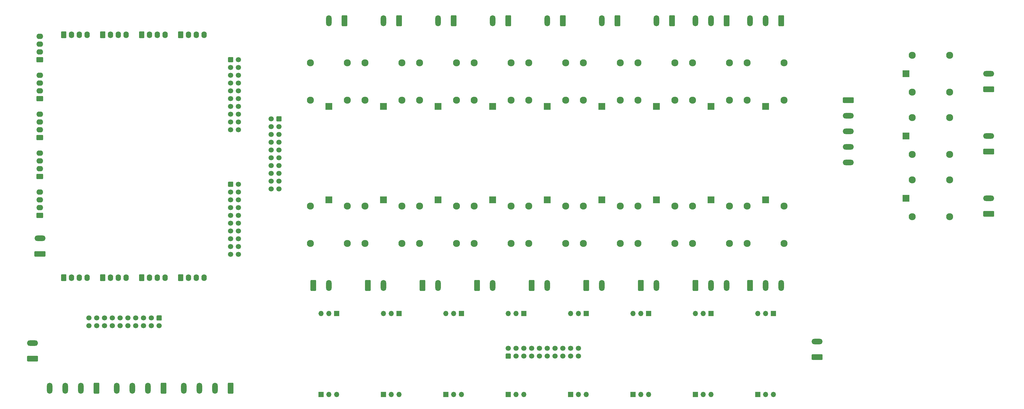
<source format=gbr>
%TF.GenerationSoftware,KiCad,Pcbnew,(5.1.12)-1*%
%TF.CreationDate,2022-04-06T16:59:54+05:30*%
%TF.ProjectId,Diet,44696574-2e6b-4696-9361-645f70636258,rev?*%
%TF.SameCoordinates,Original*%
%TF.FileFunction,Soldermask,Bot*%
%TF.FilePolarity,Negative*%
%FSLAX46Y46*%
G04 Gerber Fmt 4.6, Leading zero omitted, Abs format (unit mm)*
G04 Created by KiCad (PCBNEW (5.1.12)-1) date 2022-04-06 16:59:54*
%MOMM*%
%LPD*%
G01*
G04 APERTURE LIST*
%ADD10C,2.300000*%
%ADD11R,2.300000X2.300000*%
%ADD12O,1.800000X3.600000*%
%ADD13O,3.600000X1.800000*%
%ADD14O,1.700000X1.700000*%
%ADD15R,1.700000X1.700000*%
%ADD16C,1.700000*%
%ADD17O,2.190000X1.740000*%
%ADD18O,1.740000X2.190000*%
G04 APERTURE END LIST*
D10*
%TO.C,RLY9*%
X133700000Y-56920000D03*
X145700000Y-56920000D03*
X133700000Y-69120000D03*
X145700000Y-69120000D03*
D11*
X139700000Y-71120000D03*
%TD*%
%TO.C,J4*%
G36*
G01*
X56780000Y-41630000D02*
X56780000Y-44730000D01*
G75*
G02*
X56530000Y-44980000I-250000J0D01*
G01*
X55230000Y-44980000D01*
G75*
G02*
X54980000Y-44730000I0J250000D01*
G01*
X54980000Y-41630000D01*
G75*
G02*
X55230000Y-41380000I250000J0D01*
G01*
X56530000Y-41380000D01*
G75*
G02*
X56780000Y-41630000I0J-250000D01*
G01*
G37*
D12*
X50800000Y-43180000D03*
%TD*%
%TO.C,J6*%
G36*
G01*
X127900000Y-41630000D02*
X127900000Y-44730000D01*
G75*
G02*
X127650000Y-44980000I-250000J0D01*
G01*
X126350000Y-44980000D01*
G75*
G02*
X126100000Y-44730000I0J250000D01*
G01*
X126100000Y-41630000D01*
G75*
G02*
X126350000Y-41380000I250000J0D01*
G01*
X127650000Y-41380000D01*
G75*
G02*
X127900000Y-41630000I0J-250000D01*
G01*
G37*
X121920000Y-43180000D03*
%TD*%
%TO.C,J7*%
G36*
G01*
X98160000Y-131090000D02*
X98160000Y-127990000D01*
G75*
G02*
X98410000Y-127740000I250000J0D01*
G01*
X99710000Y-127740000D01*
G75*
G02*
X99960000Y-127990000I0J-250000D01*
G01*
X99960000Y-131090000D01*
G75*
G02*
X99710000Y-131340000I-250000J0D01*
G01*
X98410000Y-131340000D01*
G75*
G02*
X98160000Y-131090000I0J250000D01*
G01*
G37*
X104140000Y-129540000D03*
%TD*%
%TO.C,J9*%
G36*
G01*
X74560000Y-41630000D02*
X74560000Y-44730000D01*
G75*
G02*
X74310000Y-44980000I-250000J0D01*
G01*
X73010000Y-44980000D01*
G75*
G02*
X72760000Y-44730000I0J250000D01*
G01*
X72760000Y-41630000D01*
G75*
G02*
X73010000Y-41380000I250000J0D01*
G01*
X74310000Y-41380000D01*
G75*
G02*
X74560000Y-41630000I0J-250000D01*
G01*
G37*
X68580000Y-43180000D03*
%TD*%
%TO.C,J10*%
G36*
G01*
X44820000Y-131090000D02*
X44820000Y-127990000D01*
G75*
G02*
X45070000Y-127740000I250000J0D01*
G01*
X46370000Y-127740000D01*
G75*
G02*
X46620000Y-127990000I0J-250000D01*
G01*
X46620000Y-131090000D01*
G75*
G02*
X46370000Y-131340000I-250000J0D01*
G01*
X45070000Y-131340000D01*
G75*
G02*
X44820000Y-131090000I0J250000D01*
G01*
G37*
X50800000Y-129540000D03*
%TD*%
%TO.C,J11*%
X139700000Y-43180000D03*
G36*
G01*
X145680000Y-41630000D02*
X145680000Y-44730000D01*
G75*
G02*
X145430000Y-44980000I-250000J0D01*
G01*
X144130000Y-44980000D01*
G75*
G02*
X143880000Y-44730000I0J250000D01*
G01*
X143880000Y-41630000D01*
G75*
G02*
X144130000Y-41380000I250000J0D01*
G01*
X145430000Y-41380000D01*
G75*
G02*
X145680000Y-41630000I0J-250000D01*
G01*
G37*
%TD*%
%TO.C,J12*%
X121920000Y-129540000D03*
G36*
G01*
X115940000Y-131090000D02*
X115940000Y-127990000D01*
G75*
G02*
X116190000Y-127740000I250000J0D01*
G01*
X117490000Y-127740000D01*
G75*
G02*
X117740000Y-127990000I0J-250000D01*
G01*
X117740000Y-131090000D01*
G75*
G02*
X117490000Y-131340000I-250000J0D01*
G01*
X116190000Y-131340000D01*
G75*
G02*
X115940000Y-131090000I0J250000D01*
G01*
G37*
%TD*%
%TO.C,J13*%
X86360000Y-43180000D03*
G36*
G01*
X92340000Y-41630000D02*
X92340000Y-44730000D01*
G75*
G02*
X92090000Y-44980000I-250000J0D01*
G01*
X90790000Y-44980000D01*
G75*
G02*
X90540000Y-44730000I0J250000D01*
G01*
X90540000Y-41630000D01*
G75*
G02*
X90790000Y-41380000I250000J0D01*
G01*
X92090000Y-41380000D01*
G75*
G02*
X92340000Y-41630000I0J-250000D01*
G01*
G37*
%TD*%
%TO.C,J14*%
G36*
G01*
X62600000Y-131090000D02*
X62600000Y-127990000D01*
G75*
G02*
X62850000Y-127740000I250000J0D01*
G01*
X64150000Y-127740000D01*
G75*
G02*
X64400000Y-127990000I0J-250000D01*
G01*
X64400000Y-131090000D01*
G75*
G02*
X64150000Y-131340000I-250000J0D01*
G01*
X62850000Y-131340000D01*
G75*
G02*
X62600000Y-131090000I0J250000D01*
G01*
G37*
X68580000Y-129540000D03*
%TD*%
%TO.C,J15*%
G36*
G01*
X163460000Y-41630000D02*
X163460000Y-44730000D01*
G75*
G02*
X163210000Y-44980000I-250000J0D01*
G01*
X161910000Y-44980000D01*
G75*
G02*
X161660000Y-44730000I0J250000D01*
G01*
X161660000Y-41630000D01*
G75*
G02*
X161910000Y-41380000I250000J0D01*
G01*
X163210000Y-41380000D01*
G75*
G02*
X163460000Y-41630000I0J-250000D01*
G01*
G37*
X157480000Y-43180000D03*
%TD*%
%TO.C,J16*%
X139700000Y-129540000D03*
G36*
G01*
X133720000Y-131090000D02*
X133720000Y-127990000D01*
G75*
G02*
X133970000Y-127740000I250000J0D01*
G01*
X135270000Y-127740000D01*
G75*
G02*
X135520000Y-127990000I0J-250000D01*
G01*
X135520000Y-131090000D01*
G75*
G02*
X135270000Y-131340000I-250000J0D01*
G01*
X133970000Y-131340000D01*
G75*
G02*
X133720000Y-131090000I0J250000D01*
G01*
G37*
%TD*%
%TO.C,J17*%
X104140000Y-43180000D03*
G36*
G01*
X110120000Y-41630000D02*
X110120000Y-44730000D01*
G75*
G02*
X109870000Y-44980000I-250000J0D01*
G01*
X108570000Y-44980000D01*
G75*
G02*
X108320000Y-44730000I0J250000D01*
G01*
X108320000Y-41630000D01*
G75*
G02*
X108570000Y-41380000I250000J0D01*
G01*
X109870000Y-41380000D01*
G75*
G02*
X110120000Y-41630000I0J-250000D01*
G01*
G37*
%TD*%
%TO.C,J18*%
X86360000Y-129540000D03*
G36*
G01*
X80380000Y-131090000D02*
X80380000Y-127990000D01*
G75*
G02*
X80630000Y-127740000I250000J0D01*
G01*
X81930000Y-127740000D01*
G75*
G02*
X82180000Y-127990000I0J-250000D01*
G01*
X82180000Y-131090000D01*
G75*
G02*
X81930000Y-131340000I-250000J0D01*
G01*
X80630000Y-131340000D01*
G75*
G02*
X80380000Y-131090000I0J250000D01*
G01*
G37*
%TD*%
%TO.C,J20*%
G36*
G01*
X151500000Y-131090000D02*
X151500000Y-127990000D01*
G75*
G02*
X151750000Y-127740000I250000J0D01*
G01*
X153050000Y-127740000D01*
G75*
G02*
X153300000Y-127990000I0J-250000D01*
G01*
X153300000Y-131090000D01*
G75*
G02*
X153050000Y-131340000I-250000J0D01*
G01*
X151750000Y-131340000D01*
G75*
G02*
X151500000Y-131090000I0J250000D01*
G01*
G37*
X157480000Y-129540000D03*
%TD*%
D11*
%TO.C,RLY1*%
X175260000Y-101600000D03*
D10*
X169260000Y-103600000D03*
X181260000Y-103600000D03*
X169260000Y-115800000D03*
X181260000Y-115800000D03*
%TD*%
%TO.C,RLY2*%
X44800000Y-56920000D03*
X56800000Y-56920000D03*
X44800000Y-69120000D03*
X56800000Y-69120000D03*
D11*
X50800000Y-71120000D03*
%TD*%
%TO.C,RLY3*%
X193040000Y-71120000D03*
D10*
X199040000Y-69120000D03*
X187040000Y-69120000D03*
X199040000Y-56920000D03*
X187040000Y-56920000D03*
%TD*%
%TO.C,RLY4*%
X115920000Y-56920000D03*
X127920000Y-56920000D03*
X115920000Y-69120000D03*
X127920000Y-69120000D03*
D11*
X121920000Y-71120000D03*
%TD*%
D10*
%TO.C,RLY5*%
X110140000Y-115800000D03*
X98140000Y-115800000D03*
X110140000Y-103600000D03*
X98140000Y-103600000D03*
D11*
X104140000Y-101600000D03*
%TD*%
%TO.C,RLY6*%
X193040000Y-101600000D03*
D10*
X187040000Y-103600000D03*
X199040000Y-103600000D03*
X187040000Y-115800000D03*
X199040000Y-115800000D03*
%TD*%
%TO.C,RLY7*%
X62580000Y-56920000D03*
X74580000Y-56920000D03*
X62580000Y-69120000D03*
X74580000Y-69120000D03*
D11*
X68580000Y-71120000D03*
%TD*%
%TO.C,RLY8*%
X50800000Y-101600000D03*
D10*
X44800000Y-103600000D03*
X56800000Y-103600000D03*
X44800000Y-115800000D03*
X56800000Y-115800000D03*
%TD*%
%TO.C,RLY10*%
X127920000Y-115800000D03*
X115920000Y-115800000D03*
X127920000Y-103600000D03*
X115920000Y-103600000D03*
D11*
X121920000Y-101600000D03*
%TD*%
D10*
%TO.C,RLY11*%
X80360000Y-56920000D03*
X92360000Y-56920000D03*
X80360000Y-69120000D03*
X92360000Y-69120000D03*
D11*
X86360000Y-71120000D03*
%TD*%
%TO.C,RLY12*%
X68580000Y-101600000D03*
D10*
X62580000Y-103600000D03*
X74580000Y-103600000D03*
X62580000Y-115800000D03*
X74580000Y-115800000D03*
%TD*%
D11*
%TO.C,RLY13*%
X157480000Y-71120000D03*
D10*
X163480000Y-69120000D03*
X151480000Y-69120000D03*
X163480000Y-56920000D03*
X151480000Y-56920000D03*
%TD*%
%TO.C,RLY14*%
X145700000Y-115800000D03*
X133700000Y-115800000D03*
X145700000Y-103600000D03*
X133700000Y-103600000D03*
D11*
X139700000Y-101600000D03*
%TD*%
%TO.C,RLY15*%
X104140000Y-71120000D03*
D10*
X110140000Y-69120000D03*
X98140000Y-69120000D03*
X110140000Y-56920000D03*
X98140000Y-56920000D03*
%TD*%
D11*
%TO.C,RLY16*%
X86360000Y-101600000D03*
D10*
X80360000Y-103600000D03*
X92360000Y-103600000D03*
X80360000Y-115800000D03*
X92360000Y-115800000D03*
%TD*%
%TO.C,RLY17*%
X169260000Y-56920000D03*
X181260000Y-56920000D03*
X169260000Y-69120000D03*
X181260000Y-69120000D03*
D11*
X175260000Y-71120000D03*
%TD*%
%TO.C,RLY18*%
X157480000Y-101600000D03*
D10*
X151480000Y-103600000D03*
X163480000Y-103600000D03*
X151480000Y-115800000D03*
X163480000Y-115800000D03*
%TD*%
D13*
%TO.C,J2*%
X265684000Y-80772000D03*
G36*
G01*
X267234000Y-86752000D02*
X264134000Y-86752000D01*
G75*
G02*
X263884000Y-86502000I0J250000D01*
G01*
X263884000Y-85202000D01*
G75*
G02*
X264134000Y-84952000I250000J0D01*
G01*
X267234000Y-84952000D01*
G75*
G02*
X267484000Y-85202000I0J-250000D01*
G01*
X267484000Y-86502000D01*
G75*
G02*
X267234000Y-86752000I-250000J0D01*
G01*
G37*
%TD*%
%TO.C,J21*%
G36*
G01*
X267234000Y-107072000D02*
X264134000Y-107072000D01*
G75*
G02*
X263884000Y-106822000I0J250000D01*
G01*
X263884000Y-105522000D01*
G75*
G02*
X264134000Y-105272000I250000J0D01*
G01*
X267234000Y-105272000D01*
G75*
G02*
X267484000Y-105522000I0J-250000D01*
G01*
X267484000Y-106822000D01*
G75*
G02*
X267234000Y-107072000I-250000J0D01*
G01*
G37*
X265684000Y-101092000D03*
%TD*%
%TO.C,J22*%
G36*
G01*
X267234000Y-66432000D02*
X264134000Y-66432000D01*
G75*
G02*
X263884000Y-66182000I0J250000D01*
G01*
X263884000Y-64882000D01*
G75*
G02*
X264134000Y-64632000I250000J0D01*
G01*
X267234000Y-64632000D01*
G75*
G02*
X267484000Y-64882000I0J-250000D01*
G01*
X267484000Y-66182000D01*
G75*
G02*
X267234000Y-66432000I-250000J0D01*
G01*
G37*
X265684000Y-60452000D03*
%TD*%
D10*
%TO.C,RLY19*%
X252960000Y-74772000D03*
X252960000Y-86772000D03*
X240760000Y-74772000D03*
X240760000Y-86772000D03*
D11*
X238760000Y-80772000D03*
%TD*%
%TO.C,RLY20*%
X238760000Y-101092000D03*
D10*
X240760000Y-107092000D03*
X240760000Y-95092000D03*
X252960000Y-107092000D03*
X252960000Y-95092000D03*
%TD*%
D11*
%TO.C,RLY21*%
X238760000Y-60452000D03*
D10*
X240760000Y-66452000D03*
X240760000Y-54452000D03*
X252960000Y-66452000D03*
X252960000Y-54452000D03*
%TD*%
%TO.C,J23*%
G36*
G01*
X218414000Y-68188000D02*
X221514000Y-68188000D01*
G75*
G02*
X221764000Y-68438000I0J-250000D01*
G01*
X221764000Y-69738000D01*
G75*
G02*
X221514000Y-69988000I-250000J0D01*
G01*
X218414000Y-69988000D01*
G75*
G02*
X218164000Y-69738000I0J250000D01*
G01*
X218164000Y-68438000D01*
G75*
G02*
X218414000Y-68188000I250000J0D01*
G01*
G37*
D13*
X219964000Y-74168000D03*
X219964000Y-79248000D03*
X219964000Y-84328000D03*
X219964000Y-89408000D03*
%TD*%
D14*
%TO.C,J24*%
X73660000Y-165100000D03*
X71120000Y-165100000D03*
D15*
X68580000Y-165100000D03*
%TD*%
%TO.C,J25*%
G36*
G01*
X211354000Y-153808000D02*
X208254000Y-153808000D01*
G75*
G02*
X208004000Y-153558000I0J250000D01*
G01*
X208004000Y-152258000D01*
G75*
G02*
X208254000Y-152008000I250000J0D01*
G01*
X211354000Y-152008000D01*
G75*
G02*
X211604000Y-152258000I0J-250000D01*
G01*
X211604000Y-153558000D01*
G75*
G02*
X211354000Y-153808000I-250000J0D01*
G01*
G37*
D13*
X209804000Y-147828000D03*
%TD*%
D14*
%TO.C,J26*%
X109220000Y-138684000D03*
X111760000Y-138684000D03*
D15*
X114300000Y-138684000D03*
%TD*%
%TO.C,J27*%
X129540000Y-165100000D03*
D14*
X132080000Y-165100000D03*
X134620000Y-165100000D03*
%TD*%
%TO.C,J28*%
X190500000Y-138684000D03*
X193040000Y-138684000D03*
D15*
X195580000Y-138684000D03*
%TD*%
%TO.C,J29*%
X48260000Y-165100000D03*
D14*
X50800000Y-165100000D03*
X53340000Y-165100000D03*
%TD*%
D15*
%TO.C,J30*%
X93980000Y-138684000D03*
D14*
X91440000Y-138684000D03*
X88900000Y-138684000D03*
%TD*%
%TO.C,J31*%
X154940000Y-165100000D03*
X152400000Y-165100000D03*
D15*
X149860000Y-165100000D03*
%TD*%
%TO.C,J32*%
X175260000Y-138684000D03*
D14*
X172720000Y-138684000D03*
X170180000Y-138684000D03*
%TD*%
%TO.C,J33*%
X68580000Y-138684000D03*
X71120000Y-138684000D03*
D15*
X73660000Y-138684000D03*
%TD*%
%TO.C,J34*%
X170180000Y-165100000D03*
D14*
X172720000Y-165100000D03*
X175260000Y-165100000D03*
%TD*%
%TO.C,J35*%
X149860000Y-138684000D03*
X152400000Y-138684000D03*
D15*
X154940000Y-138684000D03*
%TD*%
%TO.C,J36*%
X88900000Y-165100000D03*
D14*
X91440000Y-165100000D03*
X93980000Y-165100000D03*
%TD*%
D15*
%TO.C,J37*%
X53340000Y-138684000D03*
D14*
X50800000Y-138684000D03*
X48260000Y-138684000D03*
%TD*%
%TO.C,J38*%
X195580000Y-165100000D03*
X193040000Y-165100000D03*
D15*
X190500000Y-165100000D03*
%TD*%
%TO.C,J39*%
X134620000Y-138684000D03*
D14*
X132080000Y-138684000D03*
X129540000Y-138684000D03*
%TD*%
%TO.C,J40*%
X114300000Y-165100000D03*
X111760000Y-165100000D03*
D15*
X109220000Y-165100000D03*
%TD*%
D12*
%TO.C,J5*%
X187960000Y-43180000D03*
X193040000Y-43180000D03*
G36*
G01*
X199020000Y-41630000D02*
X199020000Y-44730000D01*
G75*
G02*
X198770000Y-44980000I-250000J0D01*
G01*
X197470000Y-44980000D01*
G75*
G02*
X197220000Y-44730000I0J250000D01*
G01*
X197220000Y-41630000D01*
G75*
G02*
X197470000Y-41380000I250000J0D01*
G01*
X198770000Y-41380000D01*
G75*
G02*
X199020000Y-41630000I0J-250000D01*
G01*
G37*
%TD*%
%TO.C,J19*%
G36*
G01*
X181240000Y-41630000D02*
X181240000Y-44730000D01*
G75*
G02*
X180990000Y-44980000I-250000J0D01*
G01*
X179690000Y-44980000D01*
G75*
G02*
X179440000Y-44730000I0J250000D01*
G01*
X179440000Y-41630000D01*
G75*
G02*
X179690000Y-41380000I250000J0D01*
G01*
X180990000Y-41380000D01*
G75*
G02*
X181240000Y-41630000I0J-250000D01*
G01*
G37*
X175260000Y-43180000D03*
X170180000Y-43180000D03*
%TD*%
%TO.C,J3*%
X180340000Y-129540000D03*
X175260000Y-129540000D03*
G36*
G01*
X169280000Y-131090000D02*
X169280000Y-127990000D01*
G75*
G02*
X169530000Y-127740000I250000J0D01*
G01*
X170830000Y-127740000D01*
G75*
G02*
X171080000Y-127990000I0J-250000D01*
G01*
X171080000Y-131090000D01*
G75*
G02*
X170830000Y-131340000I-250000J0D01*
G01*
X169530000Y-131340000D01*
G75*
G02*
X169280000Y-131090000I0J250000D01*
G01*
G37*
%TD*%
%TO.C,J8*%
G36*
G01*
X187060000Y-131090000D02*
X187060000Y-127990000D01*
G75*
G02*
X187310000Y-127740000I250000J0D01*
G01*
X188610000Y-127740000D01*
G75*
G02*
X188860000Y-127990000I0J-250000D01*
G01*
X188860000Y-131090000D01*
G75*
G02*
X188610000Y-131340000I-250000J0D01*
G01*
X187310000Y-131340000D01*
G75*
G02*
X187060000Y-131090000I0J250000D01*
G01*
G37*
X193040000Y-129540000D03*
X198120000Y-129540000D03*
%TD*%
%TO.C,J1*%
G36*
G01*
X35394000Y-74584000D02*
X35394000Y-75784000D01*
G75*
G02*
X35144000Y-76034000I-250000J0D01*
G01*
X33944000Y-76034000D01*
G75*
G02*
X33694000Y-75784000I0J250000D01*
G01*
X33694000Y-74584000D01*
G75*
G02*
X33944000Y-74334000I250000J0D01*
G01*
X35144000Y-74334000D01*
G75*
G02*
X35394000Y-74584000I0J-250000D01*
G01*
G37*
D16*
X34544000Y-77724000D03*
X34544000Y-80264000D03*
X34544000Y-82804000D03*
X34544000Y-85344000D03*
X34544000Y-87884000D03*
X34544000Y-90424000D03*
X34544000Y-92964000D03*
X34544000Y-95504000D03*
X34544000Y-98044000D03*
X32004000Y-75184000D03*
X32004000Y-77724000D03*
X32004000Y-80264000D03*
X32004000Y-82804000D03*
X32004000Y-85344000D03*
X32004000Y-87884000D03*
X32004000Y-90424000D03*
X32004000Y-92964000D03*
X32004000Y-95504000D03*
X32004000Y-98044000D03*
%TD*%
%TO.C,J41*%
X132060000Y-150060000D03*
X129520000Y-150060000D03*
X126980000Y-150060000D03*
X124440000Y-150060000D03*
X121900000Y-150060000D03*
X119360000Y-150060000D03*
X116820000Y-150060000D03*
X114280000Y-150060000D03*
X111740000Y-150060000D03*
X109200000Y-150060000D03*
X132060000Y-152600000D03*
X129520000Y-152600000D03*
X126980000Y-152600000D03*
X124440000Y-152600000D03*
X121900000Y-152600000D03*
X119360000Y-152600000D03*
X116820000Y-152600000D03*
X114280000Y-152600000D03*
X111740000Y-152600000D03*
G36*
G01*
X109800000Y-153450000D02*
X108600000Y-153450000D01*
G75*
G02*
X108350000Y-153200000I0J250000D01*
G01*
X108350000Y-152000000D01*
G75*
G02*
X108600000Y-151750000I250000J0D01*
G01*
X109800000Y-151750000D01*
G75*
G02*
X110050000Y-152000000I0J-250000D01*
G01*
X110050000Y-153200000D01*
G75*
G02*
X109800000Y-153450000I-250000J0D01*
G01*
G37*
%TD*%
%TO.C,J42*%
X21336000Y-78740000D03*
X21336000Y-76200000D03*
X21336000Y-73660000D03*
X21336000Y-71120000D03*
X21336000Y-68580000D03*
X21336000Y-66040000D03*
X21336000Y-63500000D03*
X21336000Y-60960000D03*
X21336000Y-58420000D03*
X21336000Y-55880000D03*
X18796000Y-78740000D03*
X18796000Y-76200000D03*
X18796000Y-73660000D03*
X18796000Y-71120000D03*
X18796000Y-68580000D03*
X18796000Y-66040000D03*
X18796000Y-63500000D03*
X18796000Y-60960000D03*
X18796000Y-58420000D03*
G36*
G01*
X17946000Y-56480000D02*
X17946000Y-55280000D01*
G75*
G02*
X18196000Y-55030000I250000J0D01*
G01*
X19396000Y-55030000D01*
G75*
G02*
X19646000Y-55280000I0J-250000D01*
G01*
X19646000Y-56480000D01*
G75*
G02*
X19396000Y-56730000I-250000J0D01*
G01*
X18196000Y-56730000D01*
G75*
G02*
X17946000Y-56480000I0J250000D01*
G01*
G37*
%TD*%
%TO.C,J43*%
G36*
G01*
X17946000Y-97120000D02*
X17946000Y-95920000D01*
G75*
G02*
X18196000Y-95670000I250000J0D01*
G01*
X19396000Y-95670000D01*
G75*
G02*
X19646000Y-95920000I0J-250000D01*
G01*
X19646000Y-97120000D01*
G75*
G02*
X19396000Y-97370000I-250000J0D01*
G01*
X18196000Y-97370000D01*
G75*
G02*
X17946000Y-97120000I0J250000D01*
G01*
G37*
X18796000Y-99060000D03*
X18796000Y-101600000D03*
X18796000Y-104140000D03*
X18796000Y-106680000D03*
X18796000Y-109220000D03*
X18796000Y-111760000D03*
X18796000Y-114300000D03*
X18796000Y-116840000D03*
X18796000Y-119380000D03*
X21336000Y-96520000D03*
X21336000Y-99060000D03*
X21336000Y-101600000D03*
X21336000Y-104140000D03*
X21336000Y-106680000D03*
X21336000Y-109220000D03*
X21336000Y-111760000D03*
X21336000Y-114300000D03*
X21336000Y-116840000D03*
X21336000Y-119380000D03*
%TD*%
D17*
%TO.C,J44*%
X-43357800Y-86360000D03*
X-43357800Y-88900000D03*
X-43357800Y-91440000D03*
G36*
G01*
X-42512799Y-94850000D02*
X-44202801Y-94850000D01*
G75*
G02*
X-44452800Y-94600001I0J249999D01*
G01*
X-44452800Y-93359999D01*
G75*
G02*
X-44202801Y-93110000I249999J0D01*
G01*
X-42512799Y-93110000D01*
G75*
G02*
X-42262800Y-93359999I0J-249999D01*
G01*
X-42262800Y-94600001D01*
G75*
G02*
X-42512799Y-94850000I-249999J0D01*
G01*
G37*
%TD*%
%TO.C,J45*%
G36*
G01*
X1670000Y-48597001D02*
X1670000Y-46906999D01*
G75*
G02*
X1919999Y-46657000I249999J0D01*
G01*
X3160001Y-46657000D01*
G75*
G02*
X3410000Y-46906999I0J-249999D01*
G01*
X3410000Y-48597001D01*
G75*
G02*
X3160001Y-48847000I-249999J0D01*
G01*
X1919999Y-48847000D01*
G75*
G02*
X1670000Y-48597001I0J249999D01*
G01*
G37*
D18*
X5080000Y-47752000D03*
X7620000Y-47752000D03*
X10160000Y-47752000D03*
%TD*%
%TO.C,J46*%
G36*
G01*
X-42512799Y-107550000D02*
X-44202801Y-107550000D01*
G75*
G02*
X-44452800Y-107300001I0J249999D01*
G01*
X-44452800Y-106059999D01*
G75*
G02*
X-44202801Y-105810000I249999J0D01*
G01*
X-42512799Y-105810000D01*
G75*
G02*
X-42262800Y-106059999I0J-249999D01*
G01*
X-42262800Y-107300001D01*
G75*
G02*
X-42512799Y-107550000I-249999J0D01*
G01*
G37*
D17*
X-43357800Y-104140000D03*
X-43357800Y-101600000D03*
X-43357800Y-99060000D03*
%TD*%
D18*
%TO.C,J47*%
X-2540000Y-47752000D03*
X-5080000Y-47752000D03*
X-7620000Y-47752000D03*
G36*
G01*
X-11030000Y-48597001D02*
X-11030000Y-46906999D01*
G75*
G02*
X-10780001Y-46657000I249999J0D01*
G01*
X-9539999Y-46657000D01*
G75*
G02*
X-9290000Y-46906999I0J-249999D01*
G01*
X-9290000Y-48597001D01*
G75*
G02*
X-9539999Y-48847000I-249999J0D01*
G01*
X-10780001Y-48847000D01*
G75*
G02*
X-11030000Y-48597001I0J249999D01*
G01*
G37*
%TD*%
%TO.C,J48*%
G36*
G01*
X-36430000Y-127845001D02*
X-36430000Y-126154999D01*
G75*
G02*
X-36180001Y-125905000I249999J0D01*
G01*
X-34939999Y-125905000D01*
G75*
G02*
X-34690000Y-126154999I0J-249999D01*
G01*
X-34690000Y-127845001D01*
G75*
G02*
X-34939999Y-128095000I-249999J0D01*
G01*
X-36180001Y-128095000D01*
G75*
G02*
X-36430000Y-127845001I0J249999D01*
G01*
G37*
X-33020000Y-127000000D03*
X-30480000Y-127000000D03*
X-27940000Y-127000000D03*
%TD*%
%TO.C,J49*%
G36*
G01*
X-23730000Y-48597001D02*
X-23730000Y-46906999D01*
G75*
G02*
X-23480001Y-46657000I249999J0D01*
G01*
X-22239999Y-46657000D01*
G75*
G02*
X-21990000Y-46906999I0J-249999D01*
G01*
X-21990000Y-48597001D01*
G75*
G02*
X-22239999Y-48847000I-249999J0D01*
G01*
X-23480001Y-48847000D01*
G75*
G02*
X-23730000Y-48597001I0J249999D01*
G01*
G37*
X-20320000Y-47752000D03*
X-17780000Y-47752000D03*
X-15240000Y-47752000D03*
%TD*%
%TO.C,J50*%
X-15240000Y-127000000D03*
X-17780000Y-127000000D03*
X-20320000Y-127000000D03*
G36*
G01*
X-23730000Y-127845001D02*
X-23730000Y-126154999D01*
G75*
G02*
X-23480001Y-125905000I249999J0D01*
G01*
X-22239999Y-125905000D01*
G75*
G02*
X-21990000Y-126154999I0J-249999D01*
G01*
X-21990000Y-127845001D01*
G75*
G02*
X-22239999Y-128095000I-249999J0D01*
G01*
X-23480001Y-128095000D01*
G75*
G02*
X-23730000Y-127845001I0J249999D01*
G01*
G37*
%TD*%
%TO.C,J51*%
X-27940000Y-47752000D03*
X-30480000Y-47752000D03*
X-33020000Y-47752000D03*
G36*
G01*
X-36430000Y-48597001D02*
X-36430000Y-46906999D01*
G75*
G02*
X-36180001Y-46657000I249999J0D01*
G01*
X-34939999Y-46657000D01*
G75*
G02*
X-34690000Y-46906999I0J-249999D01*
G01*
X-34690000Y-48597001D01*
G75*
G02*
X-34939999Y-48847000I-249999J0D01*
G01*
X-36180001Y-48847000D01*
G75*
G02*
X-36430000Y-48597001I0J249999D01*
G01*
G37*
%TD*%
%TO.C,J52*%
G36*
G01*
X-11030000Y-127845001D02*
X-11030000Y-126154999D01*
G75*
G02*
X-10780001Y-125905000I249999J0D01*
G01*
X-9539999Y-125905000D01*
G75*
G02*
X-9290000Y-126154999I0J-249999D01*
G01*
X-9290000Y-127845001D01*
G75*
G02*
X-9539999Y-128095000I-249999J0D01*
G01*
X-10780001Y-128095000D01*
G75*
G02*
X-11030000Y-127845001I0J249999D01*
G01*
G37*
X-7620000Y-127000000D03*
X-5080000Y-127000000D03*
X-2540000Y-127000000D03*
%TD*%
%TO.C,J53*%
G36*
G01*
X-42512799Y-56750000D02*
X-44202801Y-56750000D01*
G75*
G02*
X-44452800Y-56500001I0J249999D01*
G01*
X-44452800Y-55259999D01*
G75*
G02*
X-44202801Y-55010000I249999J0D01*
G01*
X-42512799Y-55010000D01*
G75*
G02*
X-42262800Y-55259999I0J-249999D01*
G01*
X-42262800Y-56500001D01*
G75*
G02*
X-42512799Y-56750000I-249999J0D01*
G01*
G37*
D17*
X-43357800Y-53340000D03*
X-43357800Y-50800000D03*
X-43357800Y-48260000D03*
%TD*%
D18*
%TO.C,J54*%
X10160000Y-127000000D03*
X7620000Y-127000000D03*
X5080000Y-127000000D03*
G36*
G01*
X1670000Y-127845001D02*
X1670000Y-126154999D01*
G75*
G02*
X1919999Y-125905000I249999J0D01*
G01*
X3160001Y-125905000D01*
G75*
G02*
X3410000Y-126154999I0J-249999D01*
G01*
X3410000Y-127845001D01*
G75*
G02*
X3160001Y-128095000I-249999J0D01*
G01*
X1919999Y-128095000D01*
G75*
G02*
X1670000Y-127845001I0J249999D01*
G01*
G37*
%TD*%
D17*
%TO.C,J55*%
X-43357800Y-60960000D03*
X-43357800Y-63500000D03*
X-43357800Y-66040000D03*
G36*
G01*
X-42512799Y-69450000D02*
X-44202801Y-69450000D01*
G75*
G02*
X-44452800Y-69200001I0J249999D01*
G01*
X-44452800Y-67959999D01*
G75*
G02*
X-44202801Y-67710000I249999J0D01*
G01*
X-42512799Y-67710000D01*
G75*
G02*
X-42262800Y-67959999I0J-249999D01*
G01*
X-42262800Y-69200001D01*
G75*
G02*
X-42512799Y-69450000I-249999J0D01*
G01*
G37*
%TD*%
%TO.C,J56*%
G36*
G01*
X-42512799Y-82150000D02*
X-44202801Y-82150000D01*
G75*
G02*
X-44452800Y-81900001I0J249999D01*
G01*
X-44452800Y-80659999D01*
G75*
G02*
X-44202801Y-80410000I249999J0D01*
G01*
X-42512799Y-80410000D01*
G75*
G02*
X-42262800Y-80659999I0J-249999D01*
G01*
X-42262800Y-81900001D01*
G75*
G02*
X-42512799Y-82150000I-249999J0D01*
G01*
G37*
X-43357800Y-78740000D03*
X-43357800Y-76200000D03*
X-43357800Y-73660000D03*
%TD*%
%TO.C,J57*%
G36*
G01*
X-41757000Y-120153000D02*
X-44857000Y-120153000D01*
G75*
G02*
X-45107000Y-119903000I0J250000D01*
G01*
X-45107000Y-118603000D01*
G75*
G02*
X-44857000Y-118353000I250000J0D01*
G01*
X-41757000Y-118353000D01*
G75*
G02*
X-41507000Y-118603000I0J-250000D01*
G01*
X-41507000Y-119903000D01*
G75*
G02*
X-41757000Y-120153000I-250000J0D01*
G01*
G37*
D13*
X-43307000Y-114173000D03*
%TD*%
%TO.C,J58*%
G36*
G01*
X-5070400Y-139307200D02*
X-3870400Y-139307200D01*
G75*
G02*
X-3620400Y-139557200I0J-250000D01*
G01*
X-3620400Y-140757200D01*
G75*
G02*
X-3870400Y-141007200I-250000J0D01*
G01*
X-5070400Y-141007200D01*
G75*
G02*
X-5320400Y-140757200I0J250000D01*
G01*
X-5320400Y-139557200D01*
G75*
G02*
X-5070400Y-139307200I250000J0D01*
G01*
G37*
D16*
X-7010400Y-140157200D03*
X-9550400Y-140157200D03*
X-12090400Y-140157200D03*
X-14630400Y-140157200D03*
X-17170400Y-140157200D03*
X-19710400Y-140157200D03*
X-22250400Y-140157200D03*
X-24790400Y-140157200D03*
X-27330400Y-140157200D03*
X-4470400Y-142697200D03*
X-7010400Y-142697200D03*
X-9550400Y-142697200D03*
X-12090400Y-142697200D03*
X-14630400Y-142697200D03*
X-17170400Y-142697200D03*
X-19710400Y-142697200D03*
X-22250400Y-142697200D03*
X-24790400Y-142697200D03*
X-27330400Y-142697200D03*
%TD*%
%TO.C,J59*%
G36*
G01*
X-44170000Y-154316000D02*
X-47270000Y-154316000D01*
G75*
G02*
X-47520000Y-154066000I0J250000D01*
G01*
X-47520000Y-152766000D01*
G75*
G02*
X-47270000Y-152516000I250000J0D01*
G01*
X-44170000Y-152516000D01*
G75*
G02*
X-43920000Y-152766000I0J-250000D01*
G01*
X-43920000Y-154066000D01*
G75*
G02*
X-44170000Y-154316000I-250000J0D01*
G01*
G37*
D13*
X-45720000Y-148336000D03*
%TD*%
%TO.C,J60*%
G36*
G01*
X19696000Y-161518000D02*
X19696000Y-164618000D01*
G75*
G02*
X19446000Y-164868000I-250000J0D01*
G01*
X18146000Y-164868000D01*
G75*
G02*
X17896000Y-164618000I0J250000D01*
G01*
X17896000Y-161518000D01*
G75*
G02*
X18146000Y-161268000I250000J0D01*
G01*
X19446000Y-161268000D01*
G75*
G02*
X19696000Y-161518000I0J-250000D01*
G01*
G37*
D12*
X13716000Y-163068000D03*
X8636000Y-163068000D03*
X3556000Y-163068000D03*
%TD*%
%TO.C,J61*%
X-18288000Y-163068000D03*
X-13208000Y-163068000D03*
X-8128000Y-163068000D03*
G36*
G01*
X-2148000Y-161518000D02*
X-2148000Y-164618000D01*
G75*
G02*
X-2398000Y-164868000I-250000J0D01*
G01*
X-3698000Y-164868000D01*
G75*
G02*
X-3948000Y-164618000I0J250000D01*
G01*
X-3948000Y-161518000D01*
G75*
G02*
X-3698000Y-161268000I250000J0D01*
G01*
X-2398000Y-161268000D01*
G75*
G02*
X-2148000Y-161518000I0J-250000D01*
G01*
G37*
%TD*%
%TO.C,J62*%
G36*
G01*
X-23992000Y-161518000D02*
X-23992000Y-164618000D01*
G75*
G02*
X-24242000Y-164868000I-250000J0D01*
G01*
X-25542000Y-164868000D01*
G75*
G02*
X-25792000Y-164618000I0J250000D01*
G01*
X-25792000Y-161518000D01*
G75*
G02*
X-25542000Y-161268000I250000J0D01*
G01*
X-24242000Y-161268000D01*
G75*
G02*
X-23992000Y-161518000I0J-250000D01*
G01*
G37*
X-29972000Y-163068000D03*
X-35052000Y-163068000D03*
X-40132000Y-163068000D03*
%TD*%
M02*

</source>
